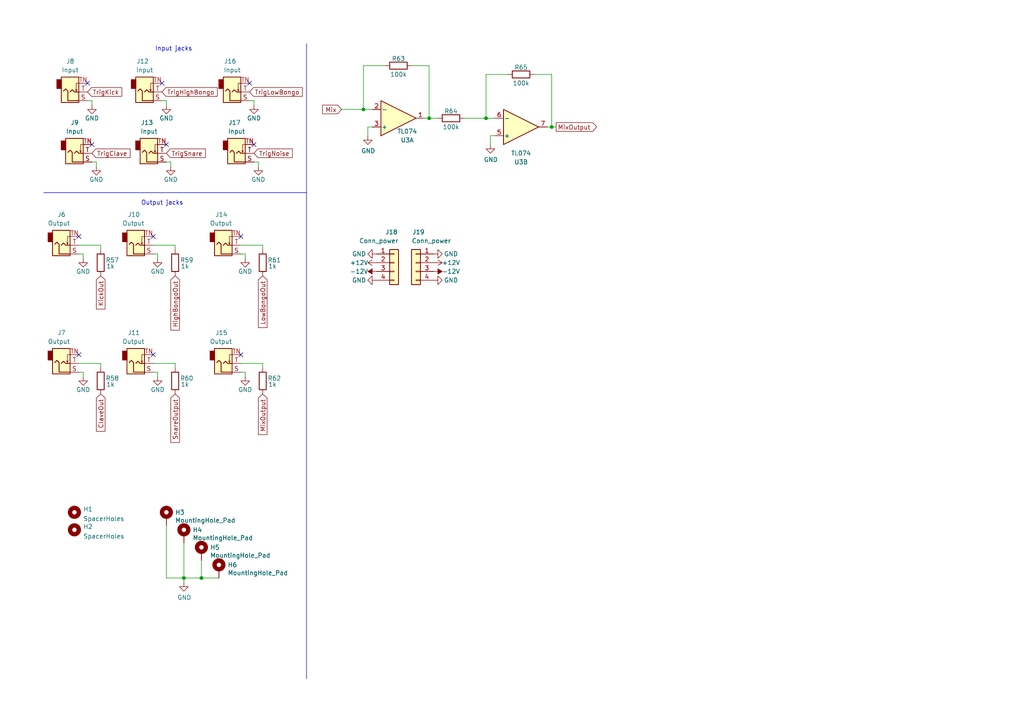
<source format=kicad_sch>
(kicad_sch (version 20231120) (generator "eeschema") (generator_version "8.0")
  (paper "A4")
  (lib_symbols
    (symbol "Amplifier_Operational:TL074" (pin_names (offset 0.127))
      (property "Reference" "U" (at 0 5.08 0))
      (property "Value" "TL074" (at 0 -5.08 0))
      (symbol "TL074_1_1"
        (polyline (pts (xy -5.08 5.08) (xy 5.08 0) (xy -5.08 -5.08) (xy -5.08 5.08)) (stroke (width 0.254)) (fill (type background)))
        (pin output line (at 7.62 0 180) (length 2.54) (name "~") (number "1"))
        (pin input line (at -7.62 -2.54 0) (length 2.54) (name "-") (number "2"))
        (pin input line (at -7.62 2.54 0) (length 2.54) (name "+") (number "3"))
      )
      (symbol "TL074_2_1"
        (polyline (pts (xy -5.08 5.08) (xy 5.08 0) (xy -5.08 -5.08) (xy -5.08 5.08)) (stroke (width 0.254)) (fill (type background)))
        (pin input line (at -7.62 2.54 0) (length 2.54) (name "+") (number "5"))
        (pin input line (at -7.62 -2.54 0) (length 2.54) (name "-") (number "6"))
        (pin output line (at 7.62 0 180) (length 2.54) (name "~") (number "7"))
      )
      (symbol "TL074_3_1"
        (polyline (pts (xy -5.08 5.08) (xy 5.08 0) (xy -5.08 -5.08) (xy -5.08 5.08)) (stroke (width 0.254)) (fill (type background)))
        (pin input line (at -7.62 2.54 0) (length 2.54) (name "+") (number "10"))
        (pin output line (at 7.62 0 180) (length 2.54) (name "~") (number "8"))
        (pin input line (at -7.62 -2.54 0) (length 2.54) (name "-") (number "9"))
      )
      (symbol "TL074_4_1"
        (polyline (pts (xy -5.08 5.08) (xy 5.08 0) (xy -5.08 -5.08) (xy -5.08 5.08)) (stroke (width 0.254)) (fill (type background)))
        (pin input line (at -7.62 2.54 0) (length 2.54) (name "+") (number "12"))
        (pin input line (at -7.62 -2.54 0) (length 2.54) (name "-") (number "13"))
        (pin output line (at 7.62 0 180) (length 2.54) (name "~") (number "14"))
      )
      (symbol "TL074_5_1"
        (pin power_in line (at -2.54 -7.62 90) (length 3.81) (name "V-") (number "11"))
        (pin power_in line (at -2.54 7.62 270) (length 3.81) (name "V+") (number "4"))
      )
    )
    (symbol "Connector_Generic:Conn_01x04" (pin_names (offset 1.016) hide)
      (property "Reference" "J" (at 0 5.08 0))
      (property "Value" "Conn_01x04" (at 0 -7.62 0))
      (symbol "Conn_01x04_1_1"
        (rectangle (start -1.27 -4.953) (end 0 -5.207) (stroke (width 0.1524)))
        (rectangle (start -1.27 -2.413) (end 0 -2.667) (stroke (width 0.1524)))
        (rectangle (start -1.27 0.127) (end 0 -0.127) (stroke (width 0.1524)))
        (rectangle (start -1.27 2.667) (end 0 2.413) (stroke (width 0.1524)))
        (rectangle (start -1.27 3.81) (end 1.27 -6.35) (stroke (width 0.254)) (fill (type background)))
        (pin passive line (at -5.08 2.54 0) (length 3.81) (name "Pin_1") (number "1"))
        (pin passive line (at -5.08 0 0) (length 3.81) (name "Pin_2") (number "2"))
        (pin passive line (at -5.08 -2.54 0) (length 3.81) (name "Pin_3") (number "3"))
        (pin passive line (at -5.08 -5.08 0) (length 3.81) (name "Pin_4") (number "4"))
      )
    )
    (symbol "Device:R" (pin_numbers hide) (pin_names (offset 0))
      (property "Reference" "R" (at 2.032 0 90))
      (property "Value" "R" (at 0 0 90))
      (symbol "R_0_1"
        (rectangle (start -1.016 -2.54) (end 1.016 2.54) (stroke (width 0.254)))
      )
      (symbol "R_1_1"
        (pin passive line (at 0 3.81 270) (length 1.27) (name "~") (number "1"))
        (pin passive line (at 0 -3.81 90) (length 1.27) (name "~") (number "2"))
      )
    )
    (symbol "Kicad-perso:AudioJack_Switch"
      (property "Reference" "J2" (at 0.508 8.636 0))
      (property "Value" "Out1" (at 0.508 6.35 0))
      (symbol "AudioJack_Switch_0_1"
        (rectangle (start -3.81 2.286) (end -2.54 -0.254) (stroke (width 0.254)) (fill (type outline)))
        (rectangle (start -2.54 3.048) (end 2.54 -4.318) (stroke (width 0.254)) (fill (type background)))
      )
      (symbol "AudioJack_Switch_1_1"
        (polyline (pts (xy 1.778 -1.016) (xy 2.032 -0.508)))
        (polyline (pts (xy 0 -1.27) (xy 0.635 -0.635) (xy 1.27 -1.27) (xy 2.54 -1.27)) (stroke (width 0.254)))
        (polyline (pts (xy 2.54 1.27) (xy 1.778 1.27) (xy 1.778 -1.016) (xy 1.524 -0.508)))
        (polyline (pts (xy 2.54 -3.81) (xy -0.635 -3.81) (xy -0.635 -1.016) (xy -1.27 -0.381) (xy -1.905 -1.016)) (stroke (width 0.254)))
        (pin passive line (at 5.08 -3.81 180) (length 2.54) (name "~") (number "S"))
        (pin passive line (at 5.08 -1.27 180) (length 2.54) (name "~") (number "T"))
        (pin passive line (at 5.08 1.27 180) (length 2.54) (name "~") (number "TN"))
      )
    )
    (symbol "Mechanical:MountingHole" (pin_names (offset 1.016))
      (property "Reference" "H" (at 0 5.08 0))
      (property "Value" "MountingHole" (at 0 3.175 0))
      (symbol "MountingHole_0_1"
        (circle (center 0 0) (radius 1.27) (stroke (width 1.27)))
      )
    )
    (symbol "Mechanical:MountingHole_Pad" (pin_numbers hide) (pin_names (offset 1.016) hide)
      (property "Reference" "H" (at 0 6.35 0))
      (property "Value" "MountingHole_Pad" (at 0 4.445 0))
      (symbol "MountingHole_Pad_0_1"
        (circle (center 0 1.27) (radius 1.27) (stroke (width 1.27)))
      )
      (symbol "MountingHole_Pad_1_1"
        (pin input line (at 0 -2.54 90) (length 2.54) (name "1") (number "1"))
      )
    )
    (symbol "power:+12V" (power) (pin_names (offset 0))
      (property "Value" "+12V" (at 0 3.556 0))
      (symbol "+12V_0_1"
        (polyline (pts (xy -0.762 1.27) (xy 0 2.54)))
        (polyline (pts (xy 0 0) (xy 0 2.54)))
        (polyline (pts (xy 0 2.54) (xy 0.762 1.27)))
      )
      (symbol "+12V_1_1"
        (pin power_in line (at 0 0 90) (length 0) hide (name "+12V") (number "1"))
      )
    )
    (symbol "power:-12V" (power) (pin_names (offset 0))
      (property "Value" "-12V" (at 0 3.81 0))
      (symbol "-12V_0_0"
        (pin power_in line (at 0 0 90) (length 0) hide (name "-12V") (number "1"))
      )
      (symbol "-12V_0_1"
        (polyline (pts (xy 0 0) (xy 0 1.27) (xy 0.762 1.27) (xy 0 2.54) (xy -0.762 1.27) (xy 0 1.27)) (fill (type outline)))
      )
    )
    (symbol "power:GND" (power) (pin_names (offset 0))
      (property "Value" "GND" (at 0 -3.81 0))
      (symbol "GND_0_1"
        (polyline (pts (xy 0 0) (xy 0 -1.27) (xy 1.27 -1.27) (xy 0 -2.54) (xy -1.27 -1.27) (xy 0 -1.27)))
      )
      (symbol "GND_1_1"
        (pin power_in line (at 0 0 270) (length 0) hide (name "GND") (number "1"))
      )
    )
  )
  (junction (at 105.41 31.75))
  (junction (at 58.42 167.64))
  (junction (at 53.34 167.64))
  (junction (at 140.97 34.29))
  (junction (at 124.46 34.29))
  (junction (at 160.02 36.83))
  (no_connect (at 26.67 41.91))
  (no_connect (at 44.45 102.87))
  (no_connect (at 25.4 24.13))
  (no_connect (at 22.86 102.87))
  (no_connect (at 46.99 24.13))
  (no_connect (at 48.26 41.91))
  (no_connect (at 22.86 68.58))
  (no_connect (at 44.45 68.58))
  (no_connect (at 69.85 68.58))
  (no_connect (at 73.66 41.91))
  (no_connect (at 72.39 24.13))
  (no_connect (at 69.85 102.87))
  (wire (pts (xy 50.8 72.39) (xy 50.8 71.12)))
  (wire (pts (xy 124.46 34.29) (xy 123.19 34.29)))
  (wire (pts (xy 24.13 107.95) (xy 24.13 109.22)))
  (wire (pts (xy 50.8 106.68) (xy 50.8 105.41)))
  (wire (pts (xy 107.95 36.83) (xy 106.68 36.83)))
  (wire (pts (xy 71.12 107.95) (xy 69.85 107.95)))
  (wire (pts (xy 45.72 107.95) (xy 44.45 107.95)))
  (wire (pts (xy 73.66 29.21) (xy 72.39 29.21)))
  (wire (pts (xy 29.21 71.12) (xy 22.86 71.12)))
  (wire (pts (xy 50.8 71.12) (xy 44.45 71.12)))
  (wire (pts (xy 48.26 29.21) (xy 46.99 29.21)))
  (wire (pts (xy 160.02 21.59) (xy 160.02 36.83)))
  (wire (pts (xy 76.2 71.12) (xy 69.85 71.12)))
  (wire (pts (xy 48.26 29.21) (xy 48.26 30.48)))
  (wire (pts (xy 105.41 31.75) (xy 107.95 31.75)))
  (wire (pts (xy 158.75 36.83) (xy 160.02 36.83)))
  (wire (pts (xy 160.02 36.83) (xy 161.29 36.83)))
  (polyline (pts (xy 88.9 55.88) (xy 12.7 55.88)))
  (wire (pts (xy 74.93 46.99) (xy 74.93 48.26)))
  (wire (pts (xy 71.12 73.66) (xy 69.85 73.66)))
  (wire (pts (xy 105.41 19.05) (xy 105.41 31.75)))
  (wire (pts (xy 29.21 106.68) (xy 29.21 105.41)))
  (polyline (pts (xy 88.9 12.7) (xy 88.9 196.85)))
  (wire (pts (xy 27.94 46.99) (xy 27.94 48.26)))
  (wire (pts (xy 73.66 29.21) (xy 73.66 30.48)))
  (wire (pts (xy 29.21 105.41) (xy 22.86 105.41)))
  (wire (pts (xy 58.42 167.64) (xy 53.34 167.64)))
  (wire (pts (xy 27.94 46.99) (xy 26.67 46.99)))
  (wire (pts (xy 48.26 167.64) (xy 53.34 167.64)))
  (wire (pts (xy 142.24 39.37) (xy 142.24 41.91)))
  (wire (pts (xy 45.72 73.66) (xy 44.45 73.66)))
  (wire (pts (xy 53.34 167.64) (xy 53.34 168.91)))
  (wire (pts (xy 106.68 36.83) (xy 106.68 39.37)))
  (wire (pts (xy 50.8 105.41) (xy 44.45 105.41)))
  (wire (pts (xy 45.72 107.95) (xy 45.72 109.22)))
  (wire (pts (xy 154.94 21.59) (xy 160.02 21.59)))
  (wire (pts (xy 134.62 34.29) (xy 140.97 34.29)))
  (wire (pts (xy 76.2 106.68) (xy 76.2 105.41)))
  (wire (pts (xy 76.2 105.41) (xy 69.85 105.41)))
  (wire (pts (xy 53.34 157.48) (xy 53.34 167.64)))
  (wire (pts (xy 147.32 21.59) (xy 140.97 21.59)))
  (wire (pts (xy 58.42 162.56) (xy 58.42 167.64)))
  (wire (pts (xy 71.12 107.95) (xy 71.12 109.22)))
  (wire (pts (xy 24.13 73.66) (xy 22.86 73.66)))
  (wire (pts (xy 140.97 21.59) (xy 140.97 34.29)))
  (wire (pts (xy 26.67 29.21) (xy 26.67 30.48)))
  (wire (pts (xy 71.12 73.66) (xy 71.12 74.93)))
  (wire (pts (xy 124.46 19.05) (xy 124.46 34.29)))
  (wire (pts (xy 143.51 39.37) (xy 142.24 39.37)))
  (wire (pts (xy 29.21 72.39) (xy 29.21 71.12)))
  (wire (pts (xy 124.46 34.29) (xy 127 34.29)))
  (wire (pts (xy 119.38 19.05) (xy 124.46 19.05)))
  (wire (pts (xy 76.2 72.39) (xy 76.2 71.12)))
  (wire (pts (xy 111.76 19.05) (xy 105.41 19.05)))
  (wire (pts (xy 63.5 167.64) (xy 58.42 167.64)))
  (wire (pts (xy 24.13 107.95) (xy 22.86 107.95)))
  (wire (pts (xy 74.93 46.99) (xy 73.66 46.99)))
  (wire (pts (xy 49.53 46.99) (xy 48.26 46.99)))
  (wire (pts (xy 24.13 73.66) (xy 24.13 74.93)))
  (wire (pts (xy 45.72 73.66) (xy 45.72 74.93)))
  (wire (pts (xy 48.26 152.4) (xy 48.26 167.64)))
  (wire (pts (xy 49.53 46.99) (xy 49.53 48.26)))
  (wire (pts (xy 26.67 29.21) (xy 25.4 29.21)))
  (wire (pts (xy 140.97 34.29) (xy 143.51 34.29)))
  (wire (pts (xy 99.06 31.75) (xy 105.41 31.75)))
  (text "Input jacks" (at 44.958 14.986 0) (effects (font (size 1.27 1.27)) (justify left bottom)))
  (text "Output jacks" (at 40.894 59.69 0) (effects (font (size 1.27 1.27)) (justify left bottom)))
  (global_label "TrigNoise" (shape input) (at 73.66 44.45 0) (property "Intersheetrefs" "${INTERSHEET_REFS}" (effects (hide yes))))
  (global_label "KickOut" (shape input) (at 29.21 80.01 270) (property "Intersheetrefs" "${INTERSHEET_REFS}" (effects (hide yes))))
  (global_label "TrigKick" (shape input) (at 25.4 26.67 0) (property "Intersheetrefs" "${INTERSHEET_REFS}" (effects (hide yes))))
  (global_label "HighBongoOut" (shape input) (at 50.8 80.01 270) (property "Intersheetrefs" "${INTERSHEET_REFS}" (effects (hide yes))))
  (global_label "MixOutput" (shape input) (at 76.2 114.3 270) (property "Intersheetrefs" "${INTERSHEET_REFS}" (effects (hide yes))))
  (global_label "TrigLowBongo" (shape input) (at 72.39 26.67 0) (property "Intersheetrefs" "${INTERSHEET_REFS}" (effects (hide yes))))
  (global_label "TrigSnare" (shape input) (at 48.26 44.45 0) (property "Intersheetrefs" "${INTERSHEET_REFS}" (effects (hide yes))))
  (global_label "LowBongoOut" (shape input) (at 76.2 80.01 270) (property "Intersheetrefs" "${INTERSHEET_REFS}" (effects (hide yes))))
  (global_label "MixOutput" (shape output) (at 161.29 36.83 0) (property "Intersheetrefs" "${INTERSHEET_REFS}" (effects (hide yes))))
  (global_label "SnareOutput" (shape input) (at 50.8 114.3 270) (property "Intersheetrefs" "${INTERSHEET_REFS}" (effects (hide yes))))
  (global_label "TrigHighBongo" (shape input) (at 46.99 26.67 0) (property "Intersheetrefs" "${INTERSHEET_REFS}" (effects (hide yes))))
  (global_label "ClaveOut" (shape input) (at 29.21 114.3 270) (property "Intersheetrefs" "${INTERSHEET_REFS}" (effects (hide yes))))
  (global_label "TrigClave" (shape input) (at 26.67 44.45 0) (property "Intersheetrefs" "${INTERSHEET_REFS}" (effects (hide yes))))
  (global_label "Mix" (shape input) (at 99.06 31.75 180) (property "Intersheetrefs" "${INTERSHEET_REFS}" (effects (hide yes))))
  (symbol (lib_id "power:-12V") (at 109.22 78.74 90) (unit 1)
    (property "Reference" "#PWR061" (effects (hide yes)))
    (property "Value" "-12V" (at 104.14 78.74 90))
  )
  (symbol (lib_id "power:GND") (at 27.94 48.26 0) (unit 1)
    (property "Reference" "#PWR048" (effects (hide yes)))
    (property "Value" "GND" (at 27.94 52.07 0))
  )
  (symbol (lib_id "power:GND") (at 73.66 30.48 0) (unit 1)
    (property "Reference" "#PWR056" (effects (hide yes)))
    (property "Value" "GND" (at 73.66 34.29 0))
  )
  (symbol (lib_id "power:-12V") (at 125.73 78.74 270) (unit 1)
    (property "Reference" "#PWR065" (effects (hide yes)))
    (property "Value" "-12V" (at 130.81 78.74 90))
  )
  (symbol (lib_id "Device:R") (at 50.8 110.49 0) (unit 1)
    (property "Reference" "R60" (at 56.134 109.728 0) (effects (justify right)))
    (property "Value" "1k" (at 54.864 111.506 0) (effects (justify right)))
    (property "Footprint" "Resistor_THT:R_Axial_DIN0207_L6.3mm_D2.5mm_P7.62mm_Horizontal" (effects (hide yes)))
    (property "Description" "2.5mm*6.8mm 1/4W 1% Metal film resistor" (effects (hide yes)))
    (property "Links" "https://www.taydaelectronics.com/resistors/1-4w-metal-film-resistors/test-group-2.html" (effects (hide yes)))
  )
  (symbol (lib_id "Mechanical:MountingHole_Pad") (at 48.26 149.86 0) (unit 1) (in_bom no)
    (property "Reference" "H3" (at 50.8 148.6154 0) (effects (justify left)))
    (property "Value" "MountingHole_Pad" (at 50.8 150.9268 0) (effects (justify left)))
    (property "Footprint" "Kicad-perso:Doepfer Mounting hole" (effects (hide yes)))
  )
  (symbol (lib_id "Mechanical:MountingHole_Pad") (at 63.5 165.1 0) (unit 1) (in_bom no)
    (property "Reference" "H6" (at 66.04 163.8554 0) (effects (justify left)))
    (property "Value" "MountingHole_Pad" (at 66.04 166.1668 0) (effects (justify left)))
    (property "Footprint" "Kicad-perso:Doepfer Mounting hole" (effects (hide yes)))
  )
  (symbol (lib_id "Device:R") (at 76.2 110.49 0) (unit 1)
    (property "Reference" "R62" (at 81.534 109.728 0) (effects (justify right)))
    (property "Value" "1k" (at 80.264 111.506 0) (effects (justify right)))
    (property "Footprint" "Resistor_THT:R_Axial_DIN0207_L6.3mm_D2.5mm_P7.62mm_Horizontal" (effects (hide yes)))
    (property "Description" "2.5mm*6.8mm 1/4W 1% Metal film resistor" (effects (hide yes)))
    (property "Links" "https://www.taydaelectronics.com/resistors/1-4w-metal-film-resistors/test-group-2.html" (effects (hide yes)))
  )
  (symbol (lib_id "power:GND") (at 49.53 48.26 0) (unit 1)
    (property "Reference" "#PWR052" (effects (hide yes)))
    (property "Value" "GND" (at 49.53 52.07 0))
  )
  (symbol (lib_id "Kicad-perso:AudioJack_Switch") (at 21.59 43.18 0) (unit 1)
    (property "Reference" "J9" (at 22.86 35.56 0) (effects (justify right)))
    (property "Value" "Input" (at 24.13 38.1 0) (effects (justify right)))
    (property "Footprint" "Kicad-perso:Thonkiconn" (effects (hide yes)))
    (property "Description" "Thonkiconn jack" (effects (hide yes)))
    (property "Links" "https://www.thonk.co.uk/shop/thonkiconn/" (effects (hide yes)))
  )
  (symbol (lib_id "Kicad-perso:AudioJack_Switch") (at 39.37 69.85 0) (unit 1)
    (property "Reference" "J10" (at 40.64 62.23 0) (effects (justify right)))
    (property "Value" "Output" (at 41.91 64.77 0) (effects (justify right)))
    (property "Footprint" "Kicad-perso:Thonkiconn" (effects (hide yes)))
    (property "Description" "Thonkiconn jack" (effects (hide yes)))
    (property "Links" "https://www.thonk.co.uk/shop/thonkiconn/" (effects (hide yes)))
  )
  (symbol (lib_id "Device:R") (at 115.57 19.05 270) (unit 1)
    (property "Reference" "R63" (at 115.57 17.018 90))
    (property "Value" "100k" (at 115.57 21.59 90))
    (property "Footprint" "Resistor_THT:R_Axial_DIN0207_L6.3mm_D2.5mm_P7.62mm_Horizontal" (effects (hide yes)))
    (property "Description" "2.5mm*6.8mm 1/4W 1% Metal film resistor" (effects (hide yes)))
    (property "Links" "https://www.taydaelectronics.com/resistors/1-4w-metal-film-resistors/test-group-2.html" (effects (hide yes)))
  )
  (symbol (lib_id "Kicad-perso:AudioJack_Switch") (at 64.77 104.14 0) (unit 1)
    (property "Reference" "J15" (at 66.04 96.52 0) (effects (justify right)))
    (property "Value" "Output" (at 67.31 99.06 0) (effects (justify right)))
    (property "Footprint" "Kicad-perso:Thonkiconn" (effects (hide yes)))
    (property "Description" "Thonkiconn jack" (effects (hide yes)))
    (property "Links" "https://www.thonk.co.uk/shop/thonkiconn/" (effects (hide yes)))
  )
  (symbol (lib_id "Kicad-perso:AudioJack_Switch") (at 68.58 43.18 0) (unit 1)
    (property "Reference" "J17" (at 69.85 35.56 0) (effects (justify right)))
    (property "Value" "Input" (at 71.12 38.1 0) (effects (justify right)))
    (property "Footprint" "Kicad-perso:Thonkiconn" (effects (hide yes)))
    (property "Description" "Thonkiconn jack" (effects (hide yes)))
    (property "Links" "https://www.thonk.co.uk/shop/thonkiconn/" (effects (hide yes)))
  )
  (symbol (lib_id "Connector_Generic:Conn_01x04") (at 120.65 76.2 0) (mirror y) (unit 1)
    (property "Reference" "J19" (at 123.19 67.31 0) (effects (justify left)))
    (property "Value" "Conn_power" (at 130.81 69.85 0) (effects (justify left)))
    (property "Footprint" "Connector_PinHeader_2.54mm:PinHeader_1x04_P2.54mm_Vertical" (effects (hide yes)))
    (property "Description" "2.54mm pitch pin header vertical 1x4pos" (effects (hide yes)))
  )
  (symbol (lib_id "Mechanical:MountingHole_Pad") (at 53.34 154.94 0) (unit 1) (in_bom no)
    (property "Reference" "H4" (at 55.88 153.6954 0) (effects (justify left)))
    (property "Value" "MountingHole_Pad" (at 55.88 156.0068 0) (effects (justify left)))
    (property "Footprint" "Kicad-perso:Doepfer Mounting hole" (effects (hide yes)))
  )
  (symbol (lib_id "power:GND") (at 48.26 30.48 0) (unit 1)
    (property "Reference" "#PWR051" (effects (hide yes)))
    (property "Value" "GND" (at 48.26 34.29 0))
  )
  (symbol (lib_id "power:GND") (at 106.68 39.37 0) (unit 1)
    (property "Reference" "#PWR058" (effects (hide yes)))
    (property "Value" "GND" (at 106.807 43.7642 0))
  )
  (symbol (lib_id "power:GND") (at 24.13 74.93 0) (unit 1)
    (property "Reference" "#PWR045" (effects (hide yes)))
    (property "Value" "GND" (at 24.13 78.74 0))
  )
  (symbol (lib_id "Connector_Generic:Conn_01x04") (at 114.3 76.2 0) (unit 1)
    (property "Reference" "J18" (at 111.76 67.31 0) (effects (justify left)))
    (property "Value" "Conn_power" (at 104.14 69.85 0) (effects (justify left)))
    (property "Footprint" "Connector_PinSocket_2.54mm:PinSocket_1x04_P2.54mm_Vertical" (effects (hide yes)))
    (property "Description" "2.54mm pitch pin socket vertical 1x4pos" (effects (hide yes)))
  )
  (symbol (lib_id "Kicad-perso:AudioJack_Switch") (at 41.91 25.4 0) (unit 1)
    (property "Reference" "J12" (at 43.18 17.78 0) (effects (justify right)))
    (property "Value" "Input" (at 44.45 20.32 0) (effects (justify right)))
    (property "Footprint" "Kicad-perso:Thonkiconn" (effects (hide yes)))
    (property "Description" "Thonkiconn jack" (effects (hide yes)))
    (property "Links" "https://www.thonk.co.uk/shop/thonkiconn/" (effects (hide yes)))
  )
  (symbol (lib_id "Mechanical:MountingHole") (at 21.59 153.67 0) (unit 1) (in_bom no)
    (property "Reference" "H2" (at 24.13 152.7615 0) (effects (justify left)))
    (property "Value" "SpacerHoles" (at 24.13 155.5366 0) (effects (justify left)))
    (property "Footprint" "MountingHole:MountingHole_3.2mm_M3" (effects (hide yes)))
  )
  (symbol (lib_id "Mechanical:MountingHole") (at 21.59 148.59 0) (unit 1) (in_bom no)
    (property "Reference" "H1" (at 24.13 147.6815 0) (effects (justify left)))
    (property "Value" "SpacerHoles" (at 24.13 150.4566 0) (effects (justify left)))
    (property "Footprint" "MountingHole:MountingHole_3.2mm_M3" (effects (hide yes)))
  )
  (symbol (lib_id "power:GND") (at 74.93 48.26 0) (unit 1)
    (property "Reference" "#PWR057" (effects (hide yes)))
    (property "Value" "GND" (at 74.93 52.07 0))
  )
  (symbol (lib_id "power:GND") (at 45.72 109.22 0) (unit 1)
    (property "Reference" "#PWR050" (effects (hide yes)))
    (property "Value" "GND" (at 45.72 113.03 0))
  )
  (symbol (lib_id "Kicad-perso:AudioJack_Switch") (at 67.31 25.4 0) (unit 1)
    (property "Reference" "J16" (at 68.58 17.78 0) (effects (justify right)))
    (property "Value" "Input" (at 69.85 20.32 0) (effects (justify right)))
    (property "Footprint" "Kicad-perso:Thonkiconn" (effects (hide yes)))
    (property "Description" "Thonkiconn jack" (effects (hide yes)))
    (property "Links" "https://www.thonk.co.uk/shop/thonkiconn/" (effects (hide yes)))
  )
  (symbol (lib_id "Device:R") (at 50.8 76.2 0) (unit 1)
    (property "Reference" "R59" (at 56.134 75.438 0) (effects (justify right)))
    (property "Value" "1k" (at 54.864 77.216 0) (effects (justify right)))
    (property "Footprint" "Resistor_THT:R_Axial_DIN0207_L6.3mm_D2.5mm_P7.62mm_Horizontal" (effects (hide yes)))
    (property "Description" "2.5mm*6.8mm 1/4W 1% Metal film resistor" (effects (hide yes)))
    (property "Links" "https://www.taydaelectronics.com/resistors/1-4w-metal-film-resistors/test-group-2.html" (effects (hide yes)))
  )
  (symbol (lib_id "Device:R") (at 29.21 110.49 0) (unit 1)
    (property "Reference" "R58" (at 34.544 109.728 0) (effects (justify right)))
    (property "Value" "1k" (at 33.274 111.506 0) (effects (justify right)))
    (property "Footprint" "Resistor_THT:R_Axial_DIN0207_L6.3mm_D2.5mm_P7.62mm_Horizontal" (effects (hide yes)))
    (property "Description" "2.5mm*6.8mm 1/4W 1% Metal film resistor" (effects (hide yes)))
    (property "Links" "https://www.taydaelectronics.com/resistors/1-4w-metal-film-resistors/test-group-2.html" (effects (hide yes)))
  )
  (symbol (lib_id "power:GND") (at 71.12 74.93 0) (unit 1)
    (property "Reference" "#PWR054" (effects (hide yes)))
    (property "Value" "GND" (at 71.12 78.74 0))
  )
  (symbol (lib_id "power:GND") (at 26.67 30.48 0) (unit 1)
    (property "Reference" "#PWR047" (effects (hide yes)))
    (property "Value" "GND" (at 26.67 34.29 0))
  )
  (symbol (lib_id "Kicad-perso:AudioJack_Switch") (at 64.77 69.85 0) (unit 1)
    (property "Reference" "J14" (at 66.04 62.23 0) (effects (justify right)))
    (property "Value" "Output" (at 67.31 64.77 0) (effects (justify right)))
    (property "Footprint" "Kicad-perso:Thonkiconn" (effects (hide yes)))
    (property "Description" "Thonkiconn jack" (effects (hide yes)))
    (property "Links" "https://www.thonk.co.uk/shop/thonkiconn/" (effects (hide yes)))
  )
  (symbol (lib_id "Kicad-perso:AudioJack_Switch") (at 43.18 43.18 0) (unit 1)
    (property "Reference" "J13" (at 44.45 35.56 0) (effects (justify right)))
    (property "Value" "Input" (at 45.72 38.1 0) (effects (justify right)))
    (property "Footprint" "Kicad-perso:Thonkiconn" (effects (hide yes)))
    (property "Description" "Thonkiconn jack" (effects (hide yes)))
    (property "Links" "https://www.thonk.co.uk/shop/thonkiconn/" (effects (hide yes)))
  )
  (symbol (lib_id "Device:R") (at 76.2 76.2 0) (unit 1)
    (property "Reference" "R61" (at 81.534 75.438 0) (effects (justify right)))
    (property "Value" "1k" (at 80.264 77.216 0) (effects (justify right)))
    (property "Footprint" "Resistor_THT:R_Axial_DIN0207_L6.3mm_D2.5mm_P7.62mm_Horizontal" (effects (hide yes)))
    (property "Description" "2.5mm*6.8mm 1/4W 1% Metal film resistor" (effects (hide yes)))
    (property "Links" "https://www.taydaelectronics.com/resistors/1-4w-metal-film-resistors/test-group-2.html" (effects (hide yes)))
  )
  (symbol (lib_id "Device:R") (at 29.21 76.2 0) (unit 1)
    (property "Reference" "R57" (at 34.544 75.438 0) (effects (justify right)))
    (property "Value" "1k" (at 33.274 77.216 0) (effects (justify right)))
    (property "Footprint" "Resistor_THT:R_Axial_DIN0207_L6.3mm_D2.5mm_P7.62mm_Horizontal" (effects (hide yes)))
    (property "Description" "2.5mm*6.8mm 1/4W 1% Metal film resistor" (effects (hide yes)))
    (property "Links" "https://www.taydaelectronics.com/resistors/1-4w-metal-film-resistors/test-group-2.html" (effects (hide yes)))
  )
  (symbol (lib_id "power:GND") (at 71.12 109.22 0) (unit 1)
    (property "Reference" "#PWR055" (effects (hide yes)))
    (property "Value" "GND" (at 71.12 113.03 0))
  )
  (symbol (lib_id "Kicad-perso:AudioJack_Switch") (at 17.78 69.85 0) (unit 1)
    (property "Reference" "J6" (at 19.05 62.23 0) (effects (justify right)))
    (property "Value" "Output" (at 20.32 64.77 0) (effects (justify right)))
    (property "Footprint" "Kicad-perso:Thonkiconn" (effects (hide yes)))
    (property "Description" "Thonkiconn jack" (effects (hide yes)))
    (property "Links" "https://www.thonk.co.uk/shop/thonkiconn/" (effects (hide yes)))
  )
  (symbol (lib_id "power:GND") (at 109.22 73.66 270) (unit 1)
    (property "Reference" "#PWR059" (effects (hide yes)))
    (property "Value" "GND" (at 104.14 73.66 90))
  )
  (symbol (lib_id "power:GND") (at 125.73 81.28 90) (mirror x) (unit 1)
    (property "Reference" "#PWR066" (effects (hide yes)))
    (property "Value" "GND" (at 130.81 81.28 90))
  )
  (symbol (lib_id "Device:R") (at 151.13 21.59 270) (unit 1)
    (property "Reference" "R65" (at 151.13 19.558 90))
    (property "Value" "100k" (at 151.13 24.13 90))
    (property "Footprint" "Resistor_THT:R_Axial_DIN0207_L6.3mm_D2.5mm_P7.62mm_Horizontal" (effects (hide yes)))
    (property "Description" "2.5mm*6.8mm 1/4W 1% Metal film resistor" (effects (hide yes)))
    (property "Links" "https://www.taydaelectronics.com/resistors/1-4w-metal-film-resistors/test-group-2.html" (effects (hide yes)))
  )
  (symbol (lib_id "power:GND") (at 125.73 73.66 90) (mirror x) (unit 1)
    (property "Reference" "#PWR063" (effects (hide yes)))
    (property "Value" "GND" (at 130.81 73.66 90))
  )
  (symbol (lib_id "Kicad-perso:AudioJack_Switch") (at 20.32 25.4 0) (unit 1)
    (property "Reference" "J8" (at 21.59 17.78 0) (effects (justify right)))
    (property "Value" "Input" (at 22.86 20.32 0) (effects (justify right)))
    (property "Footprint" "Kicad-perso:Thonkiconn" (effects (hide yes)))
    (property "Description" "Thonkiconn jack" (effects (hide yes)))
    (property "Links" "https://www.thonk.co.uk/shop/thonkiconn/" (effects (hide yes)))
  )
  (symbol (lib_id "power:+12V") (at 125.73 76.2 270) (unit 1)
    (property "Reference" "#PWR064" (effects (hide yes)))
    (property "Value" "+12V" (at 130.81 76.2 90))
  )
  (symbol (lib_id "Kicad-perso:AudioJack_Switch") (at 39.37 104.14 0) (unit 1)
    (property "Reference" "J11" (at 40.64 96.52 0) (effects (justify right)))
    (property "Value" "Output" (at 41.91 99.06 0) (effects (justify right)))
    (property "Footprint" "Kicad-perso:Thonkiconn" (effects (hide yes)))
    (property "Description" "Thonkiconn jack" (effects (hide yes)))
    (property "Links" "https://www.thonk.co.uk/shop/thonkiconn/" (effects (hide yes)))
  )
  (symbol (lib_id "power:GND") (at 53.34 168.91 0) (unit 1)
    (property "Reference" "#PWR053" (effects (hide yes)))
    (property "Value" "GND" (at 53.467 173.3042 0))
  )
  (symbol (lib_id "power:GND") (at 45.72 74.93 0) (unit 1)
    (property "Reference" "#PWR049" (effects (hide yes)))
    (property "Value" "GND" (at 45.72 78.74 0))
  )
  (symbol (lib_id "Kicad-perso:AudioJack_Switch") (at 17.78 104.14 0) (unit 1)
    (property "Reference" "J7" (at 19.05 96.52 0) (effects (justify right)))
    (property "Value" "Output" (at 20.32 99.06 0) (effects (justify right)))
    (property "Footprint" "Kicad-perso:Thonkiconn" (effects (hide yes)))
    (property "Description" "Thonkiconn jack" (effects (hide yes)))
    (property "Links" "https://www.thonk.co.uk/shop/thonkiconn/" (effects (hide yes)))
  )
  (symbol (lib_id "Device:R") (at 130.81 34.29 270) (unit 1)
    (property "Reference" "R64" (at 130.81 32.258 90))
    (property "Value" "100k" (at 130.81 36.83 90))
    (property "Footprint" "Resistor_THT:R_Axial_DIN0207_L6.3mm_D2.5mm_P7.62mm_Horizontal" (effects (hide yes)))
    (property "Description" "2.5mm*6.8mm 1/4W 1% Metal film resistor" (effects (hide yes)))
    (property "Links" "https://www.taydaelectronics.com/resistors/1-4w-metal-film-resistors/test-group-2.html" (effects (hide yes)))
  )
  (symbol (lib_id "power:GND") (at 24.13 109.22 0) (unit 1)
    (property "Reference" "#PWR046" (effects (hide yes)))
    (property "Value" "GND" (at 24.13 113.03 0))
  )
  (symbol (lib_id "Amplifier_Operational:TL074") (at 115.57 34.29 0) (mirror x) (unit 1)
    (property "Reference" "U3" (at 118.11 40.64 0))
    (property "Value" "TL074" (at 118.11 38.1 0))
    (property "Footprint" "Package_DIP:DIP-14_W7.62mm_Socket" (effects (hide yes)))
    (property "Datasheet" "http://www.ti.com/lit/ds/symlink/tl071.pdf" (effects (hide yes)))
    (property "Description" "Quad Low-Noise JFET-Input Operational Amplifiers, DIP-14/SOIC-14" (effects (hide yes)))
    (property "Links" "https://www.thonk.co.uk/shop/eurorack-diy-essentials/" (effects (hide yes)))
  )
  (symbol (lib_id "Amplifier_Operational:TL074") (at 151.13 36.83 0) (mirror x) (unit 2)
    (property "Reference" "U3" (at 151.13 46.99 0))
    (property "Value" "TL074" (at 151.13 44.45 0))
    (property "Footprint" "Package_DIP:DIP-14_W7.62mm_Socket" (effects (hide yes)))
    (property "Datasheet" "http://www.ti.com/lit/ds/symlink/tl071.pdf" (effects (hide yes)))
    (property "Description" "Quad Low-Noise JFET-Input Operational Amplifiers, DIP-14/SOIC-14" (effects (hide yes)))
    (property "Links" "https://www.thonk.co.uk/shop/eurorack-diy-essentials/" (effects (hide yes)))
  )
  (symbol (lib_id "Mechanical:MountingHole_Pad") (at 58.42 160.02 0) (unit 1) (in_bom no)
    (property "Reference" "H5" (at 60.96 158.7754 0) (effects (justify left)))
    (property "Value" "MountingHole_Pad" (at 60.96 161.0868 0) (effects (justify left)))
    (property "Footprint" "Kicad-perso:Doepfer Mounting hole" (effects (hide yes)))
  )
  (symbol (lib_id "power:+12V") (at 109.22 76.2 90) (unit 1)
    (property "Reference" "#PWR060" (effects (hide yes)))
    (property "Value" "+12V" (at 104.14 76.2 90))
  )
  (symbol (lib_id "power:GND") (at 109.22 81.28 270) (unit 1)
    (property "Reference" "#PWR062" (effects (hide yes)))
    (property "Value" "GND" (at 104.14 81.28 90))
  )
  (symbol (lib_id "power:GND") (at 142.24 41.91 0) (unit 1)
    (property "Reference" "#PWR067" (effects (hide yes)))
    (property "Value" "GND" (at 142.367 46.3042 0))
  )
)
</source>
